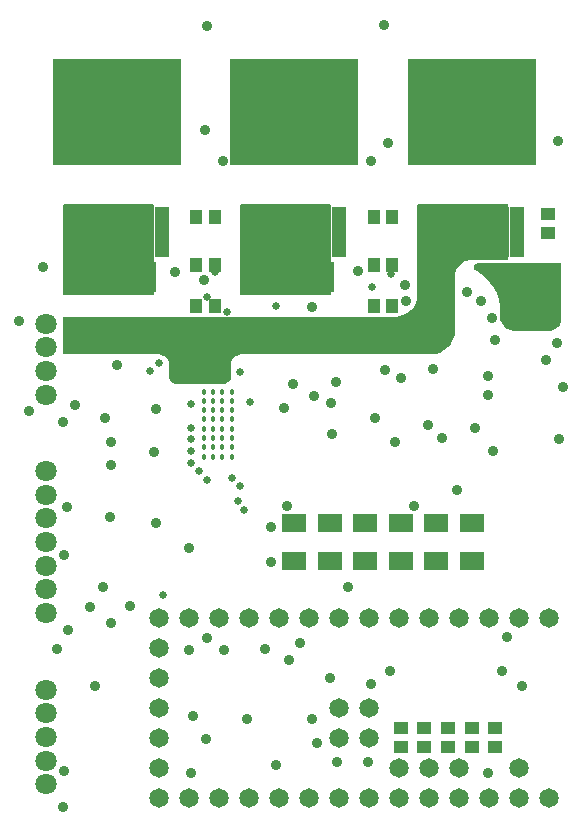
<source format=gbs>
G04 Layer_Color=16711935*
%FSAX44Y44*%
%MOMM*%
G71*
G01*
G75*
%ADD43R,1.2032X1.1032*%
%ADD45R,1.1032X1.2032*%
%ADD46R,10.8032X9.0032*%
%ADD47R,1.2532X4.3532*%
%ADD52R,2.1032X1.5532*%
%ADD63C,1.8034*%
%ADD64C,1.6510*%
%ADD65C,0.9144*%
%ADD66C,0.6604*%
%ADD67C,0.4572*%
%ADD68C,1.4732*%
%ADD69R,7.5832X2.6432*%
G36*
X00725133Y01006010D02*
X00725264Y01005984D01*
X00725390Y01005941D01*
X00725509Y01005882D01*
X00725620Y01005808D01*
X00725720Y01005720D01*
X00725808Y01005620D01*
X00725882Y01005509D01*
X00725941Y01005390D01*
X00725984Y01005264D01*
X00726010Y01005133D01*
X00726018Y01005000D01*
Y00930000D01*
X00726010Y00929867D01*
X00725984Y00929736D01*
X00725941Y00929610D01*
X00725882Y00929491D01*
X00725808Y00929380D01*
X00725720Y00929280D01*
X00725620Y00929192D01*
X00725509Y00929118D01*
X00725390Y00929059D01*
X00725264Y00929016D01*
X00725133Y00928990D01*
X00725000Y00928982D01*
X00650000D01*
X00649867Y00928990D01*
X00649736Y00929016D01*
X00649610Y00929059D01*
X00649491Y00929118D01*
X00649380Y00929192D01*
X00649280Y00929280D01*
X00649192Y00929380D01*
X00649118Y00929491D01*
X00649059Y00929610D01*
X00649016Y00929736D01*
X00648990Y00929867D01*
X00648982Y00930000D01*
Y01005000D01*
X00648990Y01005133D01*
X00649016Y01005264D01*
X00649059Y01005390D01*
X00649118Y01005509D01*
X00649192Y01005620D01*
X00649280Y01005720D01*
X00649380Y01005808D01*
X00649491Y01005882D01*
X00649610Y01005941D01*
X00649736Y01005984D01*
X00649867Y01006010D01*
X00650000Y01006018D01*
X00725000D01*
X00725133Y01006010D01*
D02*
G37*
G36*
X01070133Y00956010D02*
X01070264Y00955984D01*
X01070390Y00955941D01*
X01070509Y00955882D01*
X01070620Y00955808D01*
X01070720Y00955720D01*
X01070808Y00955620D01*
X01070882Y00955509D01*
X01070941Y00955390D01*
X01070984Y00955264D01*
X01071010Y00955133D01*
X01071018Y00955000D01*
X01071018Y00909344D01*
Y00908731D01*
X01071009Y00908598D01*
X01070769Y00906772D01*
X01070743Y00906641D01*
X01070700Y00906515D01*
X01069759Y00904242D01*
X01069700Y00904122D01*
X01069626Y00904012D01*
X01068128Y00902060D01*
X01068040Y00901960D01*
X01067940Y00901872D01*
X01065988Y00900374D01*
X01065878Y00900300D01*
X01065758Y00900241D01*
X01063485Y00899300D01*
X01063359Y00899257D01*
X01063228Y00899231D01*
X01061401Y00898990D01*
X01061401Y00898990D01*
X01061311Y00898985D01*
X01061268Y00898982D01*
X01061268D01*
X01061268D01*
X01060655Y00898982D01*
X01031149D01*
X01031016Y00898990D01*
X01028684Y00899298D01*
X01028553Y00899324D01*
X01028427Y00899366D01*
X01025525Y00900569D01*
X01025405Y00900628D01*
X01025294Y00900702D01*
X01022802Y00902614D01*
X01022702Y00902702D01*
X01022614Y00902802D01*
X01020702Y00905294D01*
X01020628Y00905405D01*
X01020569Y00905525D01*
X01019366Y00908427D01*
X01019324Y00908553D01*
X01019298Y00908684D01*
X01018990Y00911016D01*
X01018982Y00911149D01*
Y00911931D01*
X01018982Y00911931D01*
X01018984Y00911969D01*
X01018985Y00912007D01*
X01019138Y00914072D01*
X01018833Y00920327D01*
X01017797Y00925537D01*
X01016086Y00930576D01*
X01013733Y00935349D01*
X01010776Y00939773D01*
X01007268Y00943774D01*
X01003268Y00947282D01*
X00999732Y00949637D01*
X00998503Y00950333D01*
X00998502Y00950333D01*
X00998208Y00950499D01*
X00998204Y00950502D01*
X00998199Y00950505D01*
X00998147Y00950540D01*
X00998097Y00950573D01*
X00998093Y00950576D01*
X00998088Y00950579D01*
X00998042Y00950620D01*
X00997996Y00950660D01*
X00997992Y00950664D01*
X00997988Y00950667D01*
X00997949Y00950712D01*
X00997907Y00950759D01*
X00997904Y00950764D01*
X00997900Y00950768D01*
X00997286Y00951571D01*
X00997269Y00951598D01*
X00997249Y00951624D01*
X00997232Y00951654D01*
X00997213Y00951682D01*
X00997198Y00951711D01*
X00997182Y00951739D01*
X00997169Y00951771D01*
X00997154Y00951802D01*
X00997144Y00951832D01*
X00997131Y00951862D01*
X00997122Y00951895D01*
X00997112Y00951928D01*
X00997105Y00951960D01*
X00997097Y00951991D01*
X00996940Y00952779D01*
X00996940Y00952780D01*
X00996923Y00952912D01*
Y00953045D01*
Y00953045D01*
X00996940Y00953177D01*
X00997097Y00953966D01*
X00997131Y00954094D01*
X00997182Y00954217D01*
X00997249Y00954333D01*
X00997696Y00955002D01*
X00997726Y00955041D01*
X00997755Y00955082D01*
X00997767Y00955094D01*
X00997777Y00955107D01*
X00997812Y00955143D01*
X00997846Y00955179D01*
X00997859Y00955189D01*
X00997871Y00955201D01*
X00997911Y00955232D01*
X00997949Y00955263D01*
X00997963Y00955272D01*
X00997977Y00955282D01*
X00998020Y00955307D01*
X00998062Y00955334D01*
X00999118Y00955898D01*
X00999164Y00955919D01*
X00999208Y00955941D01*
X00999224Y00955946D01*
X00999239Y00955953D01*
X00999287Y00955967D01*
X00999334Y00955983D01*
X00999351Y00955987D01*
X00999367Y00955992D01*
X00999416Y00956000D01*
X00999465Y00956009D01*
X00999482Y00956011D01*
X00999498Y00956013D01*
X00999548Y00956015D01*
X00999598Y00956018D01*
X01000000D01*
X01000000Y00956018D01*
X01070000Y00956018D01*
X01070133Y00956010D01*
D02*
G37*
G36*
X01025133Y01006010D02*
X01025264Y01005984D01*
X01025390Y01005941D01*
X01025509Y01005882D01*
X01025620Y01005808D01*
X01025720Y01005720D01*
X01025808Y01005620D01*
X01025882Y01005509D01*
X01025941Y01005390D01*
X01025984Y01005264D01*
X01026010Y01005133D01*
X01026018Y01005000D01*
Y00960000D01*
X01026010Y00959867D01*
X01025984Y00959736D01*
X01025941Y00959610D01*
X01025882Y00959491D01*
X01025808Y00959380D01*
X01025720Y00959280D01*
X01025620Y00959192D01*
X01025509Y00959118D01*
X01025390Y00959059D01*
X01025264Y00959016D01*
X01025133Y00958990D01*
X01025000Y00958982D01*
X00995000Y00958982D01*
X00995000Y00958982D01*
X00993648Y00958982D01*
X00989601Y00957968D01*
X00987195Y00956682D01*
X00985066Y00954934D01*
X00983318Y00952805D01*
X00982032Y00950399D01*
X00981018Y00946352D01*
X00981018Y00945000D01*
Y00900000D01*
X00981018Y00900000D01*
Y00899017D01*
X00981015Y00898967D01*
X00981013Y00898918D01*
X00980724Y00895980D01*
X00980719Y00895947D01*
X00980715Y00895913D01*
X00980708Y00895881D01*
X00980702Y00895848D01*
X00980693Y00895816D01*
X00980685Y00895784D01*
X00979541Y00892014D01*
X00979530Y00891983D01*
X00979520Y00891951D01*
X00979506Y00891920D01*
X00979494Y00891889D01*
X00979479Y00891860D01*
X00979465Y00891829D01*
X00977608Y00888355D01*
X00977590Y00888326D01*
X00977574Y00888297D01*
X00977555Y00888270D01*
X00977538Y00888242D01*
X00977516Y00888216D01*
X00977497Y00888189D01*
X00974998Y00885144D01*
X00974975Y00885119D01*
X00974954Y00885093D01*
X00974929Y00885071D01*
X00974907Y00885046D01*
X00974881Y00885025D01*
X00974856Y00885002D01*
X00971811Y00882503D01*
X00971784Y00882484D01*
X00971758Y00882462D01*
X00971730Y00882445D01*
X00971703Y00882426D01*
X00971674Y00882410D01*
X00971645Y00882392D01*
X00968171Y00880535D01*
X00968140Y00880521D01*
X00968111Y00880506D01*
X00968080Y00880494D01*
X00968049Y00880480D01*
X00968018Y00880471D01*
X00967986Y00880459D01*
X00964216Y00879315D01*
X00964184Y00879307D01*
X00964152Y00879298D01*
X00964119Y00879292D01*
X00964087Y00879285D01*
X00964054Y00879282D01*
X00964020Y00879276D01*
X00961082Y00878987D01*
X00961032Y00878985D01*
X00960983Y00878982D01*
X00960000D01*
X00800000Y00878982D01*
X00799411D01*
X00797655Y00878751D01*
X00795470Y00877846D01*
X00793594Y00876406D01*
X00792154Y00874530D01*
X00791249Y00872345D01*
X00791018Y00870589D01*
Y00870000D01*
X00791018Y00860000D01*
X00791018Y00859999D01*
X00791018Y00859005D01*
X00791015Y00858955D01*
X00791013Y00858905D01*
X00791010Y00858889D01*
X00791009Y00858873D01*
X00791000Y00858824D01*
X00790992Y00858774D01*
X00790987Y00858758D01*
X00790983Y00858742D01*
X00790967Y00858694D01*
X00790953Y00858647D01*
X00790946Y00858632D01*
X00790941Y00858616D01*
X00790919Y00858571D01*
X00790898Y00858525D01*
X00789503Y00855915D01*
X00789485Y00855887D01*
X00789469Y00855857D01*
X00789450Y00855831D01*
X00789432Y00855802D01*
X00789411Y00855776D01*
X00789392Y00855749D01*
X00789369Y00855725D01*
X00789348Y00855699D01*
X00789323Y00855676D01*
X00789301Y00855652D01*
X00789275Y00855631D01*
X00789251Y00855608D01*
X00789223Y00855589D01*
X00789198Y00855567D01*
X00789169Y00855550D01*
X00789142Y00855530D01*
X00789113Y00855515D01*
X00789085Y00855497D01*
X00786475Y00854102D01*
X00786429Y00854081D01*
X00786384Y00854059D01*
X00786368Y00854054D01*
X00786353Y00854047D01*
X00786306Y00854033D01*
X00786258Y00854016D01*
X00786242Y00854013D01*
X00786226Y00854008D01*
X00786176Y00854000D01*
X00786127Y00853990D01*
X00786111Y00853989D01*
X00786094Y00853987D01*
X00786044Y00853985D01*
X00785994Y00853982D01*
X00785000Y00853982D01*
X00785000D01*
D01*
X00745000Y00853982D01*
X00744999Y00853982D01*
X00744508Y00853982D01*
X00744474Y00853984D01*
X00744441D01*
X00744408Y00853988D01*
X00744375Y00853991D01*
X00744342Y00853997D01*
X00744309Y00854001D01*
X00742850Y00854292D01*
X00742816Y00854301D01*
X00742722Y00854326D01*
X00742650Y00854356D01*
X00742599Y00854377D01*
X00742483Y00854444D01*
X00742483Y00854444D01*
X00740830Y00855548D01*
X00740829Y00855549D01*
X00740724Y00855630D01*
X00740630Y00855724D01*
X00740549Y00855830D01*
X00739444Y00857484D01*
X00739377Y00857599D01*
X00739326Y00857722D01*
X00739292Y00857850D01*
X00739001Y00859309D01*
X00738997Y00859342D01*
X00738990Y00859375D01*
X00738988Y00859408D01*
X00738984Y00859441D01*
Y00859474D01*
X00738982Y00859508D01*
Y00860000D01*
X00738982Y00870000D01*
Y00870589D01*
X00738751Y00872345D01*
X00737846Y00874530D01*
X00736406Y00876406D01*
X00734530Y00877846D01*
X00732345Y00878751D01*
X00730589Y00878982D01*
X00650000D01*
X00649867Y00878990D01*
X00649736Y00879016D01*
X00649610Y00879059D01*
X00649491Y00879118D01*
X00649380Y00879192D01*
X00649280Y00879280D01*
X00649192Y00879380D01*
X00649118Y00879491D01*
X00649059Y00879610D01*
X00649016Y00879736D01*
X00648990Y00879867D01*
X00648982Y00880000D01*
Y00910000D01*
X00648990Y00910133D01*
X00649016Y00910264D01*
X00649059Y00910390D01*
X00649118Y00910509D01*
X00649192Y00910620D01*
X00649280Y00910720D01*
X00649380Y00910808D01*
X00649491Y00910882D01*
X00649610Y00910941D01*
X00649736Y00910984D01*
X00649867Y00911010D01*
X00650000Y00911018D01*
X00930000D01*
D01*
X00930933Y00911018D01*
X00933721Y00911293D01*
X00937299Y00912378D01*
X00940597Y00914141D01*
X00943487Y00916513D01*
X00945859Y00919403D01*
X00947622Y00922701D01*
X00948707Y00926279D01*
X00948982Y00929067D01*
X00948982Y00930000D01*
D01*
Y00930000D01*
X00948982Y01005000D01*
X00948990Y01005133D01*
X00949016Y01005264D01*
X00949059Y01005390D01*
X00949118Y01005509D01*
X00949192Y01005620D01*
X00949280Y01005720D01*
X00949380Y01005808D01*
X00949491Y01005882D01*
X00949610Y01005941D01*
X00949736Y01005984D01*
X00949867Y01006010D01*
X00950000Y01006018D01*
X01025000D01*
X01025133Y01006010D01*
D02*
G37*
G36*
X00875133D02*
X00875264Y01005984D01*
X00875390Y01005941D01*
X00875509Y01005882D01*
X00875620Y01005808D01*
X00875720Y01005720D01*
X00875808Y01005620D01*
X00875882Y01005509D01*
X00875941Y01005390D01*
X00875984Y01005264D01*
X00876010Y01005133D01*
X00876018Y01005000D01*
Y00930000D01*
X00876010Y00929867D01*
X00875984Y00929736D01*
X00875941Y00929610D01*
X00875882Y00929491D01*
X00875808Y00929380D01*
X00875720Y00929280D01*
X00875620Y00929192D01*
X00875509Y00929118D01*
X00875390Y00929059D01*
X00875264Y00929016D01*
X00875133Y00928990D01*
X00875000Y00928982D01*
X00800000D01*
X00799867Y00928990D01*
X00799736Y00929016D01*
X00799610Y00929059D01*
X00799491Y00929118D01*
X00799380Y00929192D01*
X00799280Y00929280D01*
X00799192Y00929380D01*
X00799118Y00929491D01*
X00799059Y00929610D01*
X00799016Y00929736D01*
X00798990Y00929867D01*
X00798982Y00930000D01*
Y01005000D01*
X00798990Y01005133D01*
X00799016Y01005264D01*
X00799059Y01005390D01*
X00799118Y01005509D01*
X00799192Y01005620D01*
X00799280Y01005720D01*
X00799380Y01005808D01*
X00799491Y01005882D01*
X00799610Y01005941D01*
X00799736Y01005984D01*
X00799867Y01006010D01*
X00800000Y01006018D01*
X00875000D01*
X00875133Y01006010D01*
D02*
G37*
D43*
X01060000Y00982000D02*
D03*
Y00998000D02*
D03*
X01015000Y00547000D02*
D03*
Y00563000D02*
D03*
X00995000Y00547000D02*
D03*
Y00563000D02*
D03*
X00975000Y00547000D02*
D03*
Y00563000D02*
D03*
X00955000Y00547000D02*
D03*
Y00563000D02*
D03*
X00935000Y00547000D02*
D03*
Y00563000D02*
D03*
D45*
X00928000Y00995000D02*
D03*
X00912000D02*
D03*
X00778000D02*
D03*
X00762000D02*
D03*
X00912000Y00955000D02*
D03*
X00928000D02*
D03*
X00762000D02*
D03*
X00778000D02*
D03*
X00762000Y00920000D02*
D03*
X00778000D02*
D03*
X00912000Y00920000D02*
D03*
X00928000D02*
D03*
D46*
X00995000Y01084500D02*
D03*
X00845000D02*
D03*
X00695000D02*
D03*
D47*
X00956900Y00982500D02*
D03*
X00969600D02*
D03*
X00982300D02*
D03*
X01007700D02*
D03*
X01020400D02*
D03*
X01033100D02*
D03*
X00806900D02*
D03*
X00819600D02*
D03*
X00832300D02*
D03*
X00857700D02*
D03*
X00870400D02*
D03*
X00883100D02*
D03*
X00656900D02*
D03*
X00669600D02*
D03*
X00682300D02*
D03*
X00707700D02*
D03*
X00720400D02*
D03*
X00733100D02*
D03*
D52*
X00995000Y00704000D02*
D03*
Y00736000D02*
D03*
X00965000Y00704000D02*
D03*
Y00736000D02*
D03*
X00935000Y00704000D02*
D03*
Y00736000D02*
D03*
X00905000Y00704000D02*
D03*
Y00736000D02*
D03*
X00875000Y00704000D02*
D03*
Y00736000D02*
D03*
X00845000Y00704000D02*
D03*
Y00736000D02*
D03*
D63*
X00635000Y00555000D02*
D03*
Y00515000D02*
D03*
Y00595132D02*
D03*
Y00575066D02*
D03*
Y00535000D02*
D03*
Y00760000D02*
D03*
Y00740132D02*
D03*
Y00720066D02*
D03*
Y00780000D02*
D03*
Y00700000D02*
D03*
Y00680000D02*
D03*
Y00660000D02*
D03*
Y00845000D02*
D03*
Y00865000D02*
D03*
Y00885000D02*
D03*
Y00905066D02*
D03*
D64*
X01060100Y00656200D02*
D03*
X01034700D02*
D03*
X01009300D02*
D03*
X00983900D02*
D03*
X00958500D02*
D03*
X00933100D02*
D03*
X00907700D02*
D03*
X00882300D02*
D03*
X00856900D02*
D03*
X00831500D02*
D03*
X00806100D02*
D03*
X00780700D02*
D03*
X00755300D02*
D03*
X00729900D02*
D03*
Y00630800D02*
D03*
Y00605400D02*
D03*
Y00580000D02*
D03*
Y00503800D02*
D03*
X00755300D02*
D03*
X00780700D02*
D03*
X00806100D02*
D03*
X00831500D02*
D03*
X00856900D02*
D03*
X00882300D02*
D03*
X00907700D02*
D03*
X00933100D02*
D03*
X00958500D02*
D03*
X00983900D02*
D03*
X01009300D02*
D03*
X01034700D02*
D03*
Y00529200D02*
D03*
X00983900D02*
D03*
X00958500D02*
D03*
X00933100D02*
D03*
X00882300Y00554600D02*
D03*
X00907700D02*
D03*
X00882300Y00580000D02*
D03*
X00907700D02*
D03*
X00729900Y00529200D02*
D03*
X01060100Y00503800D02*
D03*
X00729900Y00554600D02*
D03*
D65*
X00990998Y00931998D02*
D03*
X00757000Y00525000D02*
D03*
X00770999Y00638999D02*
D03*
X00785000Y00629000D02*
D03*
X00755999Y00628999D02*
D03*
X00769998Y00552999D02*
D03*
X00759000Y00573000D02*
D03*
X00755999Y00714999D02*
D03*
X00727999Y00832999D02*
D03*
X00836000Y00896000D02*
D03*
X00860000Y00919000D02*
D03*
X00676000Y00904000D02*
D03*
X00695000Y00870000D02*
D03*
X00721000Y00885000D02*
D03*
X00825000Y00733000D02*
D03*
X00843998Y00853998D02*
D03*
X00876998Y00811998D02*
D03*
X01011998Y00909998D02*
D03*
X01014998Y00890998D02*
D03*
X01002804Y00924430D02*
D03*
X00939850Y00923987D02*
D03*
X00899000Y00950000D02*
D03*
X00939000Y00938000D02*
D03*
X01021000Y00611000D02*
D03*
X01038000Y00598000D02*
D03*
X01009000Y00525000D02*
D03*
X00840000Y00620000D02*
D03*
X00820000Y00630000D02*
D03*
X00875000Y00605000D02*
D03*
X00825000Y00703000D02*
D03*
X00921000Y00895000D02*
D03*
X00921998Y00865998D02*
D03*
X00958000Y00819000D02*
D03*
X00983000Y00764000D02*
D03*
X00946000Y00751000D02*
D03*
X01069000Y00807000D02*
D03*
X00921000Y01158000D02*
D03*
X00771000Y01157000D02*
D03*
X00612000Y00907000D02*
D03*
X01068000Y01060000D02*
D03*
X00632000Y00953000D02*
D03*
X00737000Y00905000D02*
D03*
X00620315Y00831400D02*
D03*
X00839000Y00751000D02*
D03*
X00689999Y00651999D02*
D03*
X00671999Y00664999D02*
D03*
X00676000Y00598000D02*
D03*
X00652999Y00645999D02*
D03*
X00643999Y00629999D02*
D03*
X00649000Y00496000D02*
D03*
X00649999Y00525999D02*
D03*
X00651999Y00749998D02*
D03*
X00649999Y00708999D02*
D03*
X00682650Y00681731D02*
D03*
X00907235Y00533517D02*
D03*
X00863998Y00549999D02*
D03*
X00881000Y00534000D02*
D03*
X00829000Y00531000D02*
D03*
X00860000Y00570000D02*
D03*
X00689000Y00741000D02*
D03*
X00727460Y00736540D02*
D03*
X01057998Y00873998D02*
D03*
X01072000Y00851000D02*
D03*
X01009000Y00845000D02*
D03*
X01067000Y00889000D02*
D03*
X01013000Y00797000D02*
D03*
X00998000Y00817000D02*
D03*
X00969998Y00807998D02*
D03*
X00861905Y00843905D02*
D03*
X00909398Y01042398D02*
D03*
X00923998Y01057998D02*
D03*
X00962000Y00867000D02*
D03*
X00875998Y00837998D02*
D03*
X00705999Y00665999D02*
D03*
X00880000Y00856000D02*
D03*
X00835900Y00833409D02*
D03*
X00935000Y00859000D02*
D03*
X00649000Y00822000D02*
D03*
X00658902Y00836098D02*
D03*
X00726447Y00796447D02*
D03*
X00689999Y00804998D02*
D03*
X00685000Y00825000D02*
D03*
X00689999Y00784998D02*
D03*
X01045000Y00930000D02*
D03*
X01030000Y00945000D02*
D03*
Y00930000D02*
D03*
X01060000D02*
D03*
Y00945000D02*
D03*
X01045000D02*
D03*
X00655000Y01115000D02*
D03*
Y01100000D02*
D03*
X00670000Y01115000D02*
D03*
Y01100000D02*
D03*
X00685000D02*
D03*
Y01115000D02*
D03*
X00700000Y01100000D02*
D03*
Y01115000D02*
D03*
X00715000D02*
D03*
Y01100000D02*
D03*
X00865000D02*
D03*
Y01115000D02*
D03*
X00850000D02*
D03*
Y01100000D02*
D03*
X00835000Y01115000D02*
D03*
Y01100000D02*
D03*
X00820000D02*
D03*
Y01115000D02*
D03*
X00805000Y01100000D02*
D03*
Y01115000D02*
D03*
X01015000Y01100000D02*
D03*
Y01115000D02*
D03*
X01000000D02*
D03*
Y01100000D02*
D03*
X00985000Y01115000D02*
D03*
Y01100000D02*
D03*
X00970000D02*
D03*
Y01115000D02*
D03*
X00955000Y01100000D02*
D03*
Y01115000D02*
D03*
X00850000Y00635000D02*
D03*
X00909998Y00599999D02*
D03*
X01025000Y00640000D02*
D03*
X00890000Y00682160D02*
D03*
X00926000Y00611000D02*
D03*
X00805000Y00570000D02*
D03*
X01008998Y00860998D02*
D03*
X00913427Y00825570D02*
D03*
X00930000Y00805000D02*
D03*
X00784650Y01042349D02*
D03*
X00769000Y01069000D02*
D03*
X00767999Y00941998D02*
D03*
X00744000Y00949000D02*
D03*
D66*
X00798998Y00863998D02*
D03*
X00787998Y00914998D02*
D03*
X00734000Y00675000D02*
D03*
X00757000Y00797000D02*
D03*
X00764000Y00780000D02*
D03*
X00771000Y00773000D02*
D03*
X00723000Y00864834D02*
D03*
X00730000Y00872000D02*
D03*
X00757000Y00837000D02*
D03*
X00777390Y00948390D02*
D03*
X00771004Y00927298D02*
D03*
X00806998Y00838998D02*
D03*
X00796998Y00754998D02*
D03*
X00802000Y00747000D02*
D03*
X00757000Y00787000D02*
D03*
X00828998Y00919998D02*
D03*
X00911000Y00936000D02*
D03*
X00927000Y00947000D02*
D03*
X00757000Y00817000D02*
D03*
Y00807000D02*
D03*
X00798998Y00767999D02*
D03*
X00791998Y00773998D02*
D03*
D67*
X00768189Y00792441D02*
D03*
X00791811D02*
D03*
Y00800315D02*
D03*
Y00808189D02*
D03*
X00783937Y00792441D02*
D03*
Y00800315D02*
D03*
X00776063Y00792441D02*
D03*
X00783937Y00808189D02*
D03*
Y00816063D02*
D03*
Y00823937D02*
D03*
Y00831811D02*
D03*
Y00839685D02*
D03*
Y00847559D02*
D03*
X00791811Y00816063D02*
D03*
Y00823937D02*
D03*
Y00831811D02*
D03*
Y00839685D02*
D03*
Y00847559D02*
D03*
X00776063Y00831811D02*
D03*
X00768189Y00847559D02*
D03*
X00776063D02*
D03*
X00768189Y00839685D02*
D03*
X00776063D02*
D03*
X00768189Y00831811D02*
D03*
Y00823937D02*
D03*
X00776063D02*
D03*
X00768189Y00816063D02*
D03*
X00776063D02*
D03*
X00768189Y00808189D02*
D03*
X00776063D02*
D03*
Y00800315D02*
D03*
X00768189D02*
D03*
D68*
X00765000Y00866000D02*
D03*
D69*
X00690000Y00944800D02*
D03*
Y00895200D02*
D03*
X00840000Y00944800D02*
D03*
Y00895200D02*
D03*
M02*

</source>
